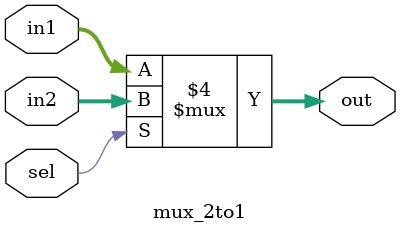
<source format=v>

module mux_2to1#(parameter n=32)(in1, in2, sel , out);
	output [n-1:0] out;
	input [n-1:0] in1,in2;
	input sel;
	reg [n-1:0] out;
	always @(in1 or in2 or sel)
		if (sel == 1'b0)
			out = in1;
		else
			out = in2;
endmodule
</source>
